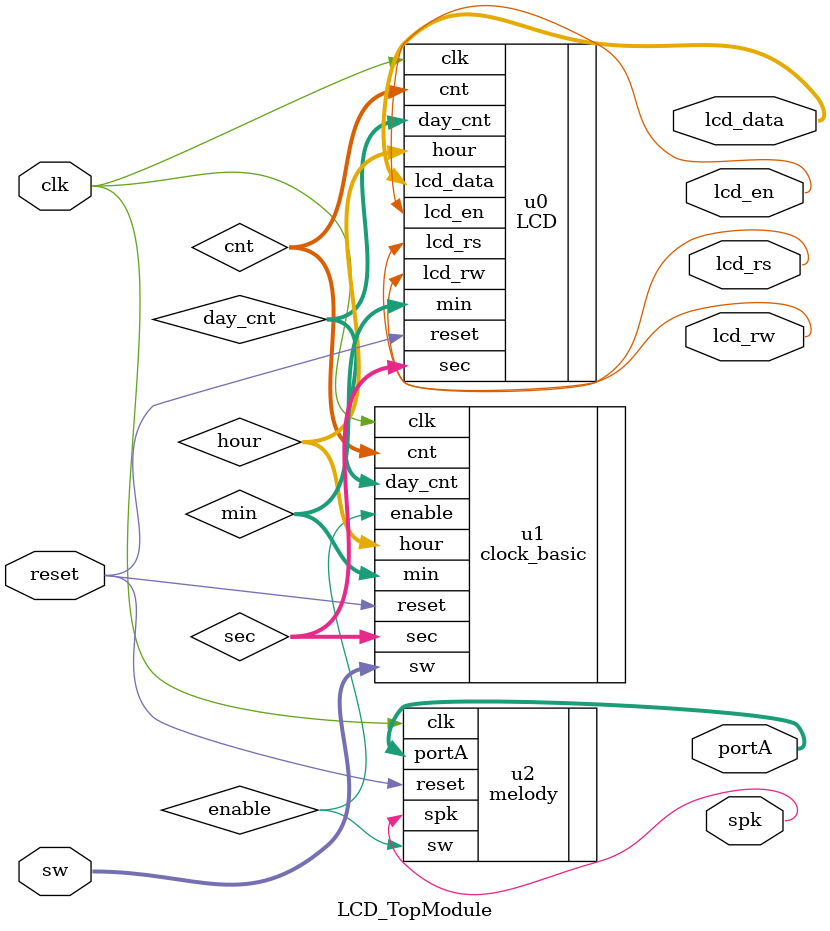
<source format=v>
module LCD_TopModule(clk,reset,lcd_rs,lcd_rw,lcd_en,lcd_data,sw,portA,spk);  //¸ðµâ ¼±¾ðºÎ

 input clk,reset;  //ÀÔÃâ·Â ¼±¾ðºÎ
 input [3:0]sw;
 output lcd_rs,lcd_rw,lcd_en;
 output [7:0]lcd_data;
 output [1:0]portA;
 output spk;

 wire [5:0]sec,min;  //º¯¼ö ¼±¾ðºÎ
 wire [4:0]hour;
 wire [27:0]cnt;
 wire [2:0]day_cnt;
 wire enable;

 LCD u0(.clk(clk),.reset(reset),.lcd_rs(lcd_rs),.lcd_rw(lcd_rw),.lcd_en(lcd_en),.lcd_data(lcd_data),.sec(sec),.min(min),.hour(hour),.cnt(cnt),.day_cnt(day_cnt));  //lcd ¸ðµâ
 clock_basic u1(.clk(clk),.reset(reset),.sec(sec),.min(min),.hour(hour),.sw(sw),.cnt(cnt),.day_cnt(day_cnt),.enable(enable));  //½Ã°è ¸ðµâ
 melody u2(.clk(clk),.reset(reset),.sw(enable),.portA(portA),.spk(spk));  //»ç¿îµå ¸ðµâ
 
endmodule

</source>
